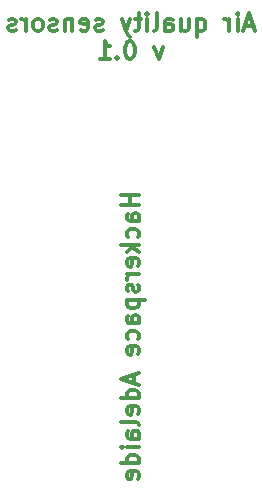
<source format=gbr>
G04 #@! TF.FileFunction,Legend,Bot*
%FSLAX46Y46*%
G04 Gerber Fmt 4.6, Leading zero omitted, Abs format (unit mm)*
G04 Created by KiCad (PCBNEW 4.0.2-stable) date Wednesday, 12 October 2016 'pmt' 07:44:15 pm*
%MOMM*%
G01*
G04 APERTURE LIST*
%ADD10C,0.100000*%
%ADD11C,0.300000*%
G04 APERTURE END LIST*
D10*
D11*
X170858571Y-81980001D02*
X169358571Y-81980001D01*
X170072857Y-81980001D02*
X170072857Y-82837144D01*
X170858571Y-82837144D02*
X169358571Y-82837144D01*
X170858571Y-84194287D02*
X170072857Y-84194287D01*
X169930000Y-84122858D01*
X169858571Y-83980001D01*
X169858571Y-83694287D01*
X169930000Y-83551430D01*
X170787143Y-84194287D02*
X170858571Y-84051430D01*
X170858571Y-83694287D01*
X170787143Y-83551430D01*
X170644286Y-83480001D01*
X170501429Y-83480001D01*
X170358571Y-83551430D01*
X170287143Y-83694287D01*
X170287143Y-84051430D01*
X170215714Y-84194287D01*
X170787143Y-85551430D02*
X170858571Y-85408573D01*
X170858571Y-85122859D01*
X170787143Y-84980001D01*
X170715714Y-84908573D01*
X170572857Y-84837144D01*
X170144286Y-84837144D01*
X170001429Y-84908573D01*
X169930000Y-84980001D01*
X169858571Y-85122859D01*
X169858571Y-85408573D01*
X169930000Y-85551430D01*
X170858571Y-86194287D02*
X169358571Y-86194287D01*
X170287143Y-86337144D02*
X170858571Y-86765715D01*
X169858571Y-86765715D02*
X170430000Y-86194287D01*
X170787143Y-87980001D02*
X170858571Y-87837144D01*
X170858571Y-87551430D01*
X170787143Y-87408573D01*
X170644286Y-87337144D01*
X170072857Y-87337144D01*
X169930000Y-87408573D01*
X169858571Y-87551430D01*
X169858571Y-87837144D01*
X169930000Y-87980001D01*
X170072857Y-88051430D01*
X170215714Y-88051430D01*
X170358571Y-87337144D01*
X170858571Y-88694287D02*
X169858571Y-88694287D01*
X170144286Y-88694287D02*
X170001429Y-88765715D01*
X169930000Y-88837144D01*
X169858571Y-88980001D01*
X169858571Y-89122858D01*
X170787143Y-89551429D02*
X170858571Y-89694286D01*
X170858571Y-89980001D01*
X170787143Y-90122858D01*
X170644286Y-90194286D01*
X170572857Y-90194286D01*
X170430000Y-90122858D01*
X170358571Y-89980001D01*
X170358571Y-89765715D01*
X170287143Y-89622858D01*
X170144286Y-89551429D01*
X170072857Y-89551429D01*
X169930000Y-89622858D01*
X169858571Y-89765715D01*
X169858571Y-89980001D01*
X169930000Y-90122858D01*
X169858571Y-90837144D02*
X171358571Y-90837144D01*
X169930000Y-90837144D02*
X169858571Y-90980001D01*
X169858571Y-91265715D01*
X169930000Y-91408572D01*
X170001429Y-91480001D01*
X170144286Y-91551430D01*
X170572857Y-91551430D01*
X170715714Y-91480001D01*
X170787143Y-91408572D01*
X170858571Y-91265715D01*
X170858571Y-90980001D01*
X170787143Y-90837144D01*
X170858571Y-92837144D02*
X170072857Y-92837144D01*
X169930000Y-92765715D01*
X169858571Y-92622858D01*
X169858571Y-92337144D01*
X169930000Y-92194287D01*
X170787143Y-92837144D02*
X170858571Y-92694287D01*
X170858571Y-92337144D01*
X170787143Y-92194287D01*
X170644286Y-92122858D01*
X170501429Y-92122858D01*
X170358571Y-92194287D01*
X170287143Y-92337144D01*
X170287143Y-92694287D01*
X170215714Y-92837144D01*
X170787143Y-94194287D02*
X170858571Y-94051430D01*
X170858571Y-93765716D01*
X170787143Y-93622858D01*
X170715714Y-93551430D01*
X170572857Y-93480001D01*
X170144286Y-93480001D01*
X170001429Y-93551430D01*
X169930000Y-93622858D01*
X169858571Y-93765716D01*
X169858571Y-94051430D01*
X169930000Y-94194287D01*
X170787143Y-95408572D02*
X170858571Y-95265715D01*
X170858571Y-94980001D01*
X170787143Y-94837144D01*
X170644286Y-94765715D01*
X170072857Y-94765715D01*
X169930000Y-94837144D01*
X169858571Y-94980001D01*
X169858571Y-95265715D01*
X169930000Y-95408572D01*
X170072857Y-95480001D01*
X170215714Y-95480001D01*
X170358571Y-94765715D01*
X170430000Y-97194286D02*
X170430000Y-97908572D01*
X170858571Y-97051429D02*
X169358571Y-97551429D01*
X170858571Y-98051429D01*
X170858571Y-99194286D02*
X169358571Y-99194286D01*
X170787143Y-99194286D02*
X170858571Y-99051429D01*
X170858571Y-98765715D01*
X170787143Y-98622857D01*
X170715714Y-98551429D01*
X170572857Y-98480000D01*
X170144286Y-98480000D01*
X170001429Y-98551429D01*
X169930000Y-98622857D01*
X169858571Y-98765715D01*
X169858571Y-99051429D01*
X169930000Y-99194286D01*
X170787143Y-100480000D02*
X170858571Y-100337143D01*
X170858571Y-100051429D01*
X170787143Y-99908572D01*
X170644286Y-99837143D01*
X170072857Y-99837143D01*
X169930000Y-99908572D01*
X169858571Y-100051429D01*
X169858571Y-100337143D01*
X169930000Y-100480000D01*
X170072857Y-100551429D01*
X170215714Y-100551429D01*
X170358571Y-99837143D01*
X170858571Y-101408572D02*
X170787143Y-101265714D01*
X170644286Y-101194286D01*
X169358571Y-101194286D01*
X170858571Y-102622857D02*
X170072857Y-102622857D01*
X169930000Y-102551428D01*
X169858571Y-102408571D01*
X169858571Y-102122857D01*
X169930000Y-101980000D01*
X170787143Y-102622857D02*
X170858571Y-102480000D01*
X170858571Y-102122857D01*
X170787143Y-101980000D01*
X170644286Y-101908571D01*
X170501429Y-101908571D01*
X170358571Y-101980000D01*
X170287143Y-102122857D01*
X170287143Y-102480000D01*
X170215714Y-102622857D01*
X170858571Y-103337143D02*
X169858571Y-103337143D01*
X169358571Y-103337143D02*
X169430000Y-103265714D01*
X169501429Y-103337143D01*
X169430000Y-103408571D01*
X169358571Y-103337143D01*
X169501429Y-103337143D01*
X170858571Y-104694286D02*
X169358571Y-104694286D01*
X170787143Y-104694286D02*
X170858571Y-104551429D01*
X170858571Y-104265715D01*
X170787143Y-104122857D01*
X170715714Y-104051429D01*
X170572857Y-103980000D01*
X170144286Y-103980000D01*
X170001429Y-104051429D01*
X169930000Y-104122857D01*
X169858571Y-104265715D01*
X169858571Y-104551429D01*
X169930000Y-104694286D01*
X170787143Y-105980000D02*
X170858571Y-105837143D01*
X170858571Y-105551429D01*
X170787143Y-105408572D01*
X170644286Y-105337143D01*
X170072857Y-105337143D01*
X169930000Y-105408572D01*
X169858571Y-105551429D01*
X169858571Y-105837143D01*
X169930000Y-105980000D01*
X170072857Y-106051429D01*
X170215714Y-106051429D01*
X170358571Y-105337143D01*
X180572857Y-67630000D02*
X179858571Y-67630000D01*
X180715714Y-68058571D02*
X180215714Y-66558571D01*
X179715714Y-68058571D01*
X179215714Y-68058571D02*
X179215714Y-67058571D01*
X179215714Y-66558571D02*
X179287143Y-66630000D01*
X179215714Y-66701429D01*
X179144286Y-66630000D01*
X179215714Y-66558571D01*
X179215714Y-66701429D01*
X178501428Y-68058571D02*
X178501428Y-67058571D01*
X178501428Y-67344286D02*
X178430000Y-67201429D01*
X178358571Y-67130000D01*
X178215714Y-67058571D01*
X178072857Y-67058571D01*
X175787143Y-67058571D02*
X175787143Y-68558571D01*
X175787143Y-67987143D02*
X175930000Y-68058571D01*
X176215714Y-68058571D01*
X176358572Y-67987143D01*
X176430000Y-67915714D01*
X176501429Y-67772857D01*
X176501429Y-67344286D01*
X176430000Y-67201429D01*
X176358572Y-67130000D01*
X176215714Y-67058571D01*
X175930000Y-67058571D01*
X175787143Y-67130000D01*
X174430000Y-67058571D02*
X174430000Y-68058571D01*
X175072857Y-67058571D02*
X175072857Y-67844286D01*
X175001429Y-67987143D01*
X174858571Y-68058571D01*
X174644286Y-68058571D01*
X174501429Y-67987143D01*
X174430000Y-67915714D01*
X173072857Y-68058571D02*
X173072857Y-67272857D01*
X173144286Y-67130000D01*
X173287143Y-67058571D01*
X173572857Y-67058571D01*
X173715714Y-67130000D01*
X173072857Y-67987143D02*
X173215714Y-68058571D01*
X173572857Y-68058571D01*
X173715714Y-67987143D01*
X173787143Y-67844286D01*
X173787143Y-67701429D01*
X173715714Y-67558571D01*
X173572857Y-67487143D01*
X173215714Y-67487143D01*
X173072857Y-67415714D01*
X172144285Y-68058571D02*
X172287143Y-67987143D01*
X172358571Y-67844286D01*
X172358571Y-66558571D01*
X171572857Y-68058571D02*
X171572857Y-67058571D01*
X171572857Y-66558571D02*
X171644286Y-66630000D01*
X171572857Y-66701429D01*
X171501429Y-66630000D01*
X171572857Y-66558571D01*
X171572857Y-66701429D01*
X171072857Y-67058571D02*
X170501428Y-67058571D01*
X170858571Y-66558571D02*
X170858571Y-67844286D01*
X170787143Y-67987143D01*
X170644285Y-68058571D01*
X170501428Y-68058571D01*
X170144285Y-67058571D02*
X169787142Y-68058571D01*
X169430000Y-67058571D02*
X169787142Y-68058571D01*
X169930000Y-68415714D01*
X170001428Y-68487143D01*
X170144285Y-68558571D01*
X167787143Y-67987143D02*
X167644286Y-68058571D01*
X167358571Y-68058571D01*
X167215714Y-67987143D01*
X167144286Y-67844286D01*
X167144286Y-67772857D01*
X167215714Y-67630000D01*
X167358571Y-67558571D01*
X167572857Y-67558571D01*
X167715714Y-67487143D01*
X167787143Y-67344286D01*
X167787143Y-67272857D01*
X167715714Y-67130000D01*
X167572857Y-67058571D01*
X167358571Y-67058571D01*
X167215714Y-67130000D01*
X165930000Y-67987143D02*
X166072857Y-68058571D01*
X166358571Y-68058571D01*
X166501428Y-67987143D01*
X166572857Y-67844286D01*
X166572857Y-67272857D01*
X166501428Y-67130000D01*
X166358571Y-67058571D01*
X166072857Y-67058571D01*
X165930000Y-67130000D01*
X165858571Y-67272857D01*
X165858571Y-67415714D01*
X166572857Y-67558571D01*
X165215714Y-67058571D02*
X165215714Y-68058571D01*
X165215714Y-67201429D02*
X165144286Y-67130000D01*
X165001428Y-67058571D01*
X164787143Y-67058571D01*
X164644286Y-67130000D01*
X164572857Y-67272857D01*
X164572857Y-68058571D01*
X163930000Y-67987143D02*
X163787143Y-68058571D01*
X163501428Y-68058571D01*
X163358571Y-67987143D01*
X163287143Y-67844286D01*
X163287143Y-67772857D01*
X163358571Y-67630000D01*
X163501428Y-67558571D01*
X163715714Y-67558571D01*
X163858571Y-67487143D01*
X163930000Y-67344286D01*
X163930000Y-67272857D01*
X163858571Y-67130000D01*
X163715714Y-67058571D01*
X163501428Y-67058571D01*
X163358571Y-67130000D01*
X162429999Y-68058571D02*
X162572857Y-67987143D01*
X162644285Y-67915714D01*
X162715714Y-67772857D01*
X162715714Y-67344286D01*
X162644285Y-67201429D01*
X162572857Y-67130000D01*
X162429999Y-67058571D01*
X162215714Y-67058571D01*
X162072857Y-67130000D01*
X162001428Y-67201429D01*
X161929999Y-67344286D01*
X161929999Y-67772857D01*
X162001428Y-67915714D01*
X162072857Y-67987143D01*
X162215714Y-68058571D01*
X162429999Y-68058571D01*
X161287142Y-68058571D02*
X161287142Y-67058571D01*
X161287142Y-67344286D02*
X161215714Y-67201429D01*
X161144285Y-67130000D01*
X161001428Y-67058571D01*
X160858571Y-67058571D01*
X160430000Y-67987143D02*
X160287143Y-68058571D01*
X160001428Y-68058571D01*
X159858571Y-67987143D01*
X159787143Y-67844286D01*
X159787143Y-67772857D01*
X159858571Y-67630000D01*
X160001428Y-67558571D01*
X160215714Y-67558571D01*
X160358571Y-67487143D01*
X160430000Y-67344286D01*
X160430000Y-67272857D01*
X160358571Y-67130000D01*
X160215714Y-67058571D01*
X160001428Y-67058571D01*
X159858571Y-67130000D01*
X172894285Y-69458571D02*
X172537142Y-70458571D01*
X172180000Y-69458571D01*
X170180000Y-68958571D02*
X170037143Y-68958571D01*
X169894286Y-69030000D01*
X169822857Y-69101429D01*
X169751428Y-69244286D01*
X169680000Y-69530000D01*
X169680000Y-69887143D01*
X169751428Y-70172857D01*
X169822857Y-70315714D01*
X169894286Y-70387143D01*
X170037143Y-70458571D01*
X170180000Y-70458571D01*
X170322857Y-70387143D01*
X170394286Y-70315714D01*
X170465714Y-70172857D01*
X170537143Y-69887143D01*
X170537143Y-69530000D01*
X170465714Y-69244286D01*
X170394286Y-69101429D01*
X170322857Y-69030000D01*
X170180000Y-68958571D01*
X169037143Y-70315714D02*
X168965715Y-70387143D01*
X169037143Y-70458571D01*
X169108572Y-70387143D01*
X169037143Y-70315714D01*
X169037143Y-70458571D01*
X167537143Y-70458571D02*
X168394286Y-70458571D01*
X167965714Y-70458571D02*
X167965714Y-68958571D01*
X168108571Y-69172857D01*
X168251429Y-69315714D01*
X168394286Y-69387143D01*
M02*

</source>
